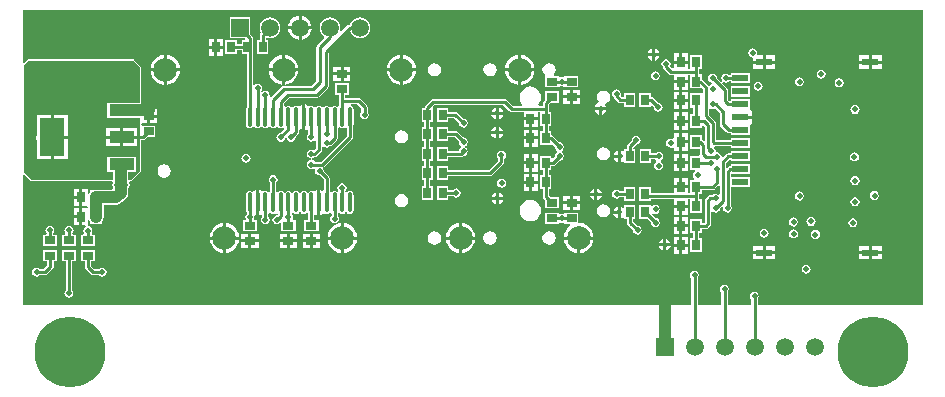
<source format=gbl>
%FSTAX23Y23*%
%MOIN*%
%SFA1B1*%

%IPPOS*%
%ADD10C,0.009843*%
%ADD16R,0.027559X0.037401*%
%ADD21R,0.037401X0.027559*%
%ADD37C,0.039370*%
%ADD39C,0.078740*%
%ADD40R,0.059055X0.059055*%
%ADD41C,0.059055*%
%ADD42C,0.236220*%
%ADD43C,0.019685*%
%ADD44C,0.047244*%
%ADD45C,0.027559*%
%ADD46R,0.084645X0.127952*%
%ADD47R,0.084645X0.039370*%
%ADD48O,0.015748X0.064960*%
%ADD49R,0.055118X0.024409*%
%ADD50R,0.233976X0.283999*%
%ADD51R,0.120000X0.262665*%
%ADD52R,0.042559X0.278976*%
%ADD53R,0.339999X0.134508*%
%LNboard-1*%
%LPD*%
G36*
X02575Y0512D02*
Y05D01*
X02515*
X02512Y05*
X02467*
Y0495*
X02512*
X02515Y0495*
X02575*
Y04772*
X02545Y04742*
X02538*
Y04769*
X02562*
Y04819*
X02517*
X02515Y04819*
X02512Y04819*
X02467*
Y04769*
X02488*
Y04742*
X02217*
X0219Y0477*
Y04857*
X02194Y0486*
X02195Y04859*
X02199Y04858*
Y04881*
Y04905*
X02195Y04904*
X02194Y04903*
X0219Y04905*
Y05015*
X02194Y05017*
X02195Y05016*
X02199Y05016*
Y05039*
Y05062*
X02195Y05061*
X02194Y05061*
X0219Y05063*
Y05125*
X02205Y0514*
X02225*
X02226Y05137*
X02226Y05135*
X02221Y05127*
X0222Y05123*
X02267*
X02266Y05127*
X02261Y05135*
X02261Y05137*
X02262Y0514*
X02304*
X02304Y05137*
X02305Y05135*
X023Y05127*
X02299Y05123*
X02346*
X02345Y05127*
X0234Y05135*
X0234Y05137*
X02341Y0514*
X02382*
X02383Y05137*
X02384Y05135*
X02379Y05127*
X02378Y05123*
X02424*
X02423Y05127*
X02418Y05135*
X02419Y05137*
X0242Y0514*
X02461*
X02462Y05137*
X02463Y05135*
X02457Y05127*
X02457Y05123*
X02503*
X02502Y05127*
X02497Y05135*
X02498Y05137*
X02498Y0514*
X02555*
X02575Y0512*
G37*
G36*
X05185Y04325D02*
X04635D01*
Y04342*
X04635Y04343*
X04638Y04348*
X0464Y04354*
X04638Y04359*
X04635Y04364*
X0463Y04367*
X04625Y04369*
X04619Y04367*
X04614Y04364*
X04611Y04359*
X04609Y04354*
X04611Y04348*
X04614Y04343*
X04614Y04342*
Y04325*
X04535*
Y04367*
X04535Y04368*
X04538Y04373*
X0454Y04379*
X04538Y04384*
X04535Y04389*
X0453Y04392*
X04525Y04394*
X04519Y04392*
X04514Y04389*
X04511Y04384*
X04509Y04379*
X04511Y04373*
X04514Y04368*
X04514Y04367*
Y04325*
X04435*
Y04415*
X04435Y04415*
X04438Y0442*
X0444Y04426*
X04438Y04431*
X04435Y04436*
X0443Y0444*
X04425Y04441*
X04419Y0444*
X04414Y04436*
X04411Y04431*
X04409Y04426*
X04411Y0442*
X04414Y04415*
X04414Y04415*
Y04325*
X02185*
Y0476*
X0219Y04762*
X02213Y04739*
X02217Y04737*
X02482*
X02485Y04733*
X02485Y04732*
X02484Y04725*
X02485Y04717*
X02486Y04715*
X02483Y0471*
X0243*
X02423Y04708*
X02411*
Y04701*
X02408Y04695*
X02403Y04697*
Y04713*
X02384*
Y04685*
Y04656*
X02401*
X02403Y04652*
X02401Y04649*
X02384*
Y0462*
Y04591*
X02394*
X02395Y04586*
X02392Y04584*
X02389Y04579*
X02387Y04573*
X02389Y04568*
X0239Y04565*
X02388Y0456*
X02379*
Y04522*
X02426*
Y0456*
X02417*
X02415Y04565*
X02416Y04568*
X02418Y04573*
X02416Y04579*
X02413Y04584*
X02408Y04587*
X02406Y04588*
X02403Y04591*
Y04593*
Y04608*
X02408Y04609*
X02411Y04604*
Y04596*
X02423*
X0243Y04595*
X02437Y04596*
X02449*
Y04604*
X02453Y0461*
X02455Y0462*
Y04659*
X02498*
X02507Y04661*
X02516Y04667*
X02531Y04682*
X02536Y0469*
X02538Y047*
Y0471*
X02541Y04717*
X02542Y04725*
X02541Y04732*
X0254Y04733*
X02543Y04737*
X02545*
X02548Y04739*
X02578Y04769*
X0258Y04772*
Y04874*
X02585*
X02589Y04875*
X02592Y04877*
X026Y04885*
X02628*
Y04923*
X02583*
X02581Y04928*
X02583Y04931*
X026*
Y04955*
Y04979*
X02576*
Y04956*
X02575Y04955*
X02567*
Y0497*
X02515*
Y0498*
X02567*
Y04995*
X02575*
X02578Y04996*
X0258Y05*
Y0512*
X02578Y05123*
X02558Y05143*
X02555Y05145*
X02215*
X02205*
X02201Y05143*
X0219Y05132*
X02185Y05134*
Y0531*
X05185*
Y04325*
G37*
%LNboard-2*%
%LPC*%
G36*
X02503Y05113D02*
X02485D01*
Y05094*
X02489Y05095*
X02497Y051*
X02502Y05108*
X02503Y05113*
G37*
G36*
X02475D02*
X02457D01*
X02457Y05108*
X02463Y051*
X02471Y05095*
X02475Y05094*
Y05113*
G37*
G36*
X02424D02*
X02406D01*
Y05094*
X0241Y05095*
X02418Y051*
X02423Y05108*
X02424Y05113*
G37*
G36*
X02396D02*
X02378D01*
X02379Y05108*
X02384Y051*
X02392Y05095*
X02396Y05094*
Y05113*
G37*
G36*
X02346D02*
X02327D01*
Y05094*
X02332Y05095*
X02339Y051*
X02345Y05108*
X02346Y05113*
G37*
G36*
X02317D02*
X02299D01*
X023Y05108*
X02305Y051*
X02313Y05095*
X02317Y05094*
Y05113*
G37*
G36*
X02267D02*
X02249D01*
Y05094*
X02253Y05095*
X02261Y051*
X02266Y05108*
X02267Y05113*
G37*
G36*
X02239D02*
X0222D01*
X02221Y05108*
X02226Y051*
X02234Y05095*
X02239Y05094*
Y05113*
G37*
G36*
X02524Y05062D02*
Y05044D01*
X02542*
X02542Y05048*
X02536Y05056*
X02528Y05061*
X02524Y05062*
G37*
G36*
X02514D02*
X0251Y05061D01*
X02502Y05056*
X02497Y05048*
X02496Y05044*
X02514*
Y05062*
G37*
G36*
X02445D02*
Y05044D01*
X02464*
X02463Y05048*
X02458Y05056*
X0245Y05061*
X02445Y05062*
G37*
G36*
X02435D02*
X02431Y05061D01*
X02423Y05056*
X02418Y05048*
X02417Y05044*
X02435*
Y05062*
G37*
G36*
X02367D02*
Y05044D01*
X02385*
X02384Y05048*
X02379Y05056*
X02371Y05061*
X02367Y05062*
G37*
G36*
X02357D02*
X02352Y05061D01*
X02345Y05056*
X02339Y05048*
X02338Y05044*
X02357*
Y05062*
G37*
G36*
X02288D02*
Y05044D01*
X02306*
X02305Y05048*
X023Y05056*
X02292Y05061*
X02288Y05062*
G37*
G36*
X02278D02*
X02274Y05061D01*
X02266Y05056*
X02261Y05048*
X0226Y05044*
X02278*
Y05062*
G37*
G36*
X02209D02*
Y05044D01*
X02227*
X02227Y05048*
X02221Y05056*
X02214Y05061*
X02209Y05062*
G37*
G36*
X02542Y05034D02*
X02524D01*
Y05016*
X02528Y05016*
X02536Y05022*
X02542Y0503*
X02542Y05034*
G37*
G36*
X02514D02*
X02496D01*
X02497Y0503*
X02502Y05022*
X0251Y05016*
X02514Y05016*
Y05034*
G37*
G36*
X02464D02*
X02445D01*
Y05016*
X0245Y05016*
X02458Y05022*
X02463Y0503*
X02464Y05034*
G37*
G36*
X02435D02*
X02417D01*
X02418Y0503*
X02423Y05022*
X02431Y05016*
X02435Y05016*
Y05034*
G37*
G36*
X02385D02*
X02367D01*
Y05016*
X02371Y05016*
X02379Y05022*
X02384Y0503*
X02385Y05034*
G37*
G36*
X02357D02*
X02338D01*
X02339Y0503*
X02345Y05022*
X02352Y05016*
X02357Y05016*
Y05034*
G37*
G36*
X02306D02*
X02288D01*
Y05016*
X02292Y05016*
X023Y05022*
X02305Y0503*
X02306Y05034*
G37*
G36*
X02278D02*
X0226D01*
X02261Y0503*
X02266Y05022*
X02274Y05016*
X02278Y05016*
Y05034*
G37*
G36*
X02227D02*
X02209D01*
Y05016*
X02214Y05016*
X02221Y05022*
X02227Y0503*
X02227Y05034*
G37*
G36*
X02406Y04983D02*
Y04965D01*
X02424*
X02423Y04969*
X02418Y04977*
X0241Y04983*
X02406Y04983*
G37*
G36*
X02396D02*
X02392Y04983D01*
X02384Y04977*
X02379Y04969*
X02378Y04965*
X02396*
Y04983*
G37*
G36*
X02424Y04955D02*
X02406D01*
Y04937*
X0241Y04938*
X02418Y04943*
X02423Y04951*
X02424Y04955*
G37*
G36*
X02396D02*
X02378D01*
X02379Y04951*
X02384Y04943*
X02392Y04938*
X02396Y04937*
Y04955*
G37*
G36*
X02567Y04914D02*
X0252D01*
Y0489*
X02567*
Y04914*
G37*
G36*
X0251D02*
X02462D01*
Y0489*
X0251*
Y04914*
G37*
G36*
X02337Y04958D02*
X02289D01*
Y0489*
X02337*
Y04958*
G37*
G36*
X02279D02*
X02232D01*
Y04889*
X02227Y04888*
X02227Y04891*
X02221Y04899*
X02214Y04904*
X02209Y04905*
Y04881*
Y04858*
X02214Y04859*
X02221Y04864*
X02227Y04872*
X02227Y04874*
X02232Y04874*
Y04811*
X02279*
Y04885*
Y04958*
G37*
G36*
X02567Y0488D02*
X0252D01*
Y04855*
X02567*
Y0488*
G37*
G36*
X0251D02*
X02462D01*
Y04855*
X0251*
Y0488*
G37*
G36*
X02337D02*
X02289D01*
Y04811*
X02337*
Y0488*
G37*
G36*
X02406Y04826D02*
Y04808D01*
X02424*
X02423Y04812*
X02418Y0482*
X0241Y04825*
X02406Y04826*
G37*
G36*
X02396D02*
X02392Y04825D01*
X02384Y0482*
X02379Y04812*
X02378Y04808*
X02396*
Y04826*
G37*
G36*
X02424Y04798D02*
X02406D01*
Y04779*
X0241Y0478*
X02418Y04786*
X02423Y04793*
X02424Y04798*
G37*
G36*
X02396D02*
X02378D01*
X02379Y04793*
X02384Y04786*
X02392Y0478*
X02396Y04779*
Y04798*
G37*
G36*
X03115Y05289D02*
Y05255D01*
X03149*
X03148Y0526*
X03144Y05269*
X03138Y05278*
X03129Y05284*
X0312Y05288*
X03115Y05289*
G37*
G36*
X03105D02*
X03099Y05288D01*
X0309Y05284*
X03081Y05278*
X03075Y05269*
X03071Y0526*
X0307Y05255*
X03105*
Y05289*
G37*
G36*
X0331Y05284D02*
X033Y05283D01*
X03292Y0528*
X03285Y05274*
X03279Y05267*
X03276Y0526*
X03275*
X03271Y05259*
X03267Y05257*
X03247Y05236*
X03242Y05239*
X03243Y0524*
X03244Y0525*
X03243Y05259*
X0324Y05267*
X03234Y05274*
X03227Y0528*
X03219Y05283*
X0321Y05284*
X032Y05283*
X03192Y0528*
X03185Y05274*
X03179Y05267*
X03176Y05259*
X03175Y0525*
X03176Y0524*
X03179Y05232*
X03185Y05225*
X0319Y05221*
X03191Y05215*
X03167Y05192*
X03165Y05188*
X03164Y05185*
Y05071*
X03148Y05055*
X03055*
X03051Y05054*
X03047Y05052*
X03016Y0502*
X03012Y05017*
X03012Y05017*
X03009Y05021*
X03009Y05025*
X03008Y0503*
X03005Y05035*
X03Y05038*
X02994Y0504*
X02989Y05038*
X02984Y05035*
X02981Y0504*
X02983Y05042*
X02984Y05048*
X02983Y05054*
X02979Y05059*
X02975Y05062*
X02969Y05063*
X02963Y05062*
X02958Y05059*
X02957Y05059*
X02953Y05061*
Y05216*
X02953Y0522*
X0295Y05223*
X02944Y05229*
Y05284*
X02875*
Y05215*
X02927*
X02928Y05213*
X02926Y05208*
X02915*
Y05195*
X02899*
Y05208*
X02861*
Y05161*
X02899*
Y05174*
X02915*
Y05161*
X02933*
Y04985*
X02931Y04982*
X0293Y04977*
Y04928*
X02931Y04923*
X02934Y04918*
X02938Y04915*
X02943Y04914*
X02948Y04915*
X02952Y04918*
X02953Y04919*
X02959*
X02959Y04918*
X02964Y04915*
X02969Y04914*
X02974Y04915*
X02978Y04918*
X02979Y04919*
X02985*
X02985Y04918*
X02989Y04915*
X02994Y04914*
X02999Y04915*
X03004Y04918*
X03004Y04919*
X0301*
X03011Y04918*
X03015Y04915*
X0302Y04914*
X03025Y04915*
X03029Y04918*
X0303Y04919*
X03036*
X03036Y04918*
X03041Y04915*
X03046Y04914*
X03051Y04915*
X03055Y04918*
X03058Y04917*
X03058Y04912*
X03046Y04899*
X03046*
X0304Y04898*
X03035Y04895*
X03032Y0489*
X0303Y04884*
X03032Y04879*
X03035Y04874*
X0304Y0487*
X03046Y04869*
X03051Y0487*
X03056Y04874*
X0306Y04879*
X0306Y04881*
X03065*
X03066Y04879*
X03069Y04874*
X03074Y0487*
X0308Y04869*
X03085Y0487*
X0309Y04874*
X03093Y04879*
X03095Y04884*
X03094Y04885*
X03104Y04894*
X03106Y04898*
X03107Y04902*
Y0491*
X03112Y04913*
X03115Y04911*
X03117Y0491*
Y04952*
Y04994*
X03115Y04994*
X03109Y0499*
X03109Y0499*
X03103Y04988*
X03102Y04989*
X03097Y0499*
X03092Y04989*
X03087Y04986*
X03087Y04985*
X03081*
X0308Y04986*
X03076Y04989*
X03071Y0499*
X03066Y04989*
X03062Y04986*
X03057Y04988*
X03056Y04989*
Y04997*
X03073Y05014*
X03165*
X03168Y05015*
X03172Y05017*
X03202Y05047*
X03204Y05051*
X03205Y05055*
Y05165*
X03274Y05235*
X03279Y05234*
X03279Y05232*
X03285Y05225*
X03292Y05219*
X033Y05216*
X0331Y05215*
X03319Y05216*
X03327Y05219*
X03334Y05225*
X0334Y05232*
X03343Y0524*
X03344Y0525*
X03343Y05259*
X0334Y05267*
X03334Y05274*
X03327Y0528*
X03319Y05283*
X0331Y05284*
G37*
G36*
X0301D02*
X03Y05283D01*
X02992Y0528*
X02985Y05274*
X02979Y05267*
X02976Y05259*
X02975Y0525*
X02976Y0524*
X02979Y05233*
X02978Y05232*
X02976Y05229*
X02975Y05225*
Y05208*
X02966*
Y05161*
X03004*
Y05208*
X02995*
Y05214*
X02999Y05216*
X03Y05216*
X0301Y05215*
X03019Y05216*
X03027Y05219*
X03034Y05225*
X0304Y05232*
X03043Y0524*
X03044Y0525*
X03043Y05259*
X0304Y05267*
X03034Y05274*
X03027Y0528*
X03019Y05283*
X0301Y05284*
G37*
G36*
X03149Y05245D02*
X03115D01*
Y0521*
X0312Y05211*
X03129Y05215*
X03138Y05221*
X03144Y0523*
X03148Y05239*
X03149Y05245*
G37*
G36*
X03105D02*
X0307D01*
X03071Y05239*
X03075Y0523*
X03081Y05221*
X0309Y05215*
X03099Y05211*
X03105Y0521*
Y05245*
G37*
G36*
X02853Y05213D02*
X02834D01*
Y0519*
X02853*
Y05213*
G37*
G36*
X02824D02*
X02805D01*
Y0519*
X02824*
Y05213*
G37*
G36*
X04294Y05179D02*
Y05165D01*
X04308*
X04307Y05167*
X04303Y05174*
X04296Y05178*
X04294Y05179*
G37*
G36*
X04284D02*
X04281Y05178D01*
X04274Y05174*
X0427Y05167*
X04269Y05165*
X04284*
Y05179*
G37*
G36*
X02853Y0518D02*
X02834D01*
Y05156*
X02853*
Y0518*
G37*
G36*
X02824D02*
X02805D01*
Y05156*
X02824*
Y0518*
G37*
G36*
X04403Y05164D02*
X04384D01*
Y0514*
X04403*
Y05164*
G37*
G36*
X04374D02*
X04355D01*
Y0514*
X04374*
Y05164*
G37*
G36*
X04694Y05157D02*
X04662D01*
Y0514*
X04694*
Y05157*
G37*
G36*
X04619Y05181D02*
X04613Y05179D01*
X04608Y05176*
X04605Y05171*
X04604Y05166*
X04605Y0516*
X04608Y05155*
X04613Y05152*
X04619Y0515*
X04619Y0515*
Y0514*
X04652*
Y05157*
X04637*
X04633Y05162*
X04634Y05166*
X04633Y05171*
X04629Y05176*
X04624Y05179*
X04619Y05181*
G37*
G36*
X05049Y05157D02*
X05016D01*
Y0514*
X05049*
Y05157*
G37*
G36*
X05006D02*
X04973D01*
Y0514*
X05006*
Y05157*
G37*
G36*
X04308Y05155D02*
X04294D01*
Y0514*
X04296Y05141*
X04303Y05145*
X04307Y05152*
X04308Y05155*
G37*
G36*
X04284D02*
X04269D01*
X0427Y05152*
X04274Y05145*
X04281Y05141*
X04284Y0514*
Y05155*
G37*
G36*
X03847Y05159D02*
Y05115D01*
X03891*
X0389Y05122*
X03885Y05134*
X03877Y05145*
X03867Y05153*
X03855Y05158*
X03847Y05159*
G37*
G36*
X03837D02*
X03829Y05158D01*
X03817Y05153*
X03807Y05145*
X03799Y05134*
X03794Y05122*
X03793Y05115*
X03837*
Y05159*
G37*
G36*
X03453D02*
Y05115D01*
X03497*
X03496Y05122*
X03491Y05134*
X03483Y05145*
X03473Y05153*
X03461Y05158*
X03453Y05159*
G37*
G36*
X03443D02*
X03435Y05158D01*
X03423Y05153*
X03413Y05145*
X03405Y05134*
X034Y05122*
X03399Y05115*
X03443*
Y05159*
G37*
G36*
X0306D02*
Y05115D01*
X03104*
X03103Y05122*
X03098Y05134*
X0309Y05145*
X03079Y05153*
X03067Y05158*
X0306Y05159*
G37*
G36*
X0305D02*
X03042Y05158D01*
X0303Y05153*
X03019Y05145*
X03011Y05134*
X03006Y05122*
X03005Y05115*
X0305*
Y05159*
G37*
G36*
X02666D02*
Y05115D01*
X0271*
X02709Y05122*
X02704Y05134*
X02696Y05145*
X02686Y05153*
X02674Y05158*
X02666Y05159*
G37*
G36*
X02656D02*
X02648Y05158D01*
X02636Y05153*
X02626Y05145*
X02618Y05134*
X02613Y05122*
X02612Y05115*
X02656*
Y05159*
G37*
G36*
X05049Y0513D02*
X05016D01*
Y05113*
X05049*
Y0513*
G37*
G36*
X05006D02*
X04973D01*
Y05113*
X05006*
Y0513*
G37*
G36*
X04694D02*
X04662D01*
Y05113*
X04694*
Y0513*
G37*
G36*
X04652D02*
X04619D01*
Y05113*
X04652*
Y0513*
G37*
G36*
X04449Y05159D02*
X04411D01*
Y05113*
X04403*
Y0513*
X04379*
X04355*
Y05114*
X0435Y05113*
X04342Y05121*
X04343Y05124*
X04345Y0513*
X04343Y05135*
X0434Y0514*
X04335Y05143*
X0433Y05145*
X04324Y05143*
X04319Y0514*
X04316Y05135*
X04314Y0513*
X04316Y05124*
X04319Y05119*
X0432Y05118*
X0432Y05116*
X04322Y05112*
X04339Y05096*
X04342Y05093*
X04346Y05093*
X04355*
Y05075*
X04379*
Y0507*
Y05075*
X04403*
Y05093*
X04411*
Y05047*
X04449*
X04452Y05043*
Y05035*
X04449Y05031*
X04411*
Y04983*
X0442*
Y04962*
X04411*
Y04914*
X04449*
Y04924*
X04454Y04926*
X04459Y0492*
Y04875*
X04455Y04873*
X04452Y04876*
X04449Y04878*
Y04892*
X04411*
Y04845*
X04444*
Y04829*
X04444Y04828*
X0444Y04823*
X04411*
Y04776*
X04425*
X04427Y04771*
X04424Y04769*
X04421Y04764*
X04419Y04758*
X04421Y04752*
X04423Y04748*
X04422Y04745*
X04421Y04743*
X04411*
Y04697*
X04403*
Y04715*
X04379*
X04355*
Y04697*
X04279*
Y04718*
X04241*
Y04671*
X04279*
Y04677*
X04355*
Y0466*
X04379*
X04403*
Y04677*
X04411*
Y04631*
X04449*
Y04678*
X0444*
Y04696*
X04449*
Y04709*
X04485*
X04489Y0471*
X04492Y04712*
X04504Y04725*
X04509Y04723*
Y04695*
X04507Y04694*
X04504Y04693*
X045Y04695*
X04495Y04696*
X04489Y04695*
X04484Y04692*
X04483Y04691*
X04478*
X04474Y04691*
X0447Y04689*
X04462Y0468*
X0446Y04677*
X04459Y04673*
Y04601*
X04458Y046*
X04449*
Y04613*
X04411*
Y04566*
X0442*
Y04548*
X04411*
Y04501*
X04449*
Y04548*
X0444*
Y04566*
X04449*
Y04579*
X04462*
X04466Y0458*
X0447Y04582*
X04477Y04589*
X04479Y04593*
X0448Y04597*
Y04635*
X04482Y04636*
X04485Y04637*
X04489Y04634*
X04495Y04633*
X045Y04634*
X04505Y04637*
X04509Y04642*
X0451Y04648*
X0451Y04649*
X04516Y04655*
X0452Y04652*
X04519Y04648*
X04521Y04642*
X04524Y04637*
X04529Y04634*
X04535Y04633*
X0454Y04634*
X04545Y04637*
X04548Y04642*
X0455Y04648*
X04548Y04654*
X04546Y04657*
Y04717*
X04611*
Y04752*
X04546*
Y04761*
X04611*
Y04795*
X04545*
Y04788*
X04544*
X0454Y04787*
X04537Y04785*
X04534Y04782*
X0453Y04784*
Y04799*
X0454Y0481*
X04545Y04808*
Y04804*
X04611*
Y04838*
X04545*
Y04831*
X04537*
X04534Y0483*
X0453Y04828*
X04519Y04817*
X04516Y04819*
X04515Y0482*
X04513Y04825*
X0451Y0483*
X04505Y04833*
X045Y04834*
X04499Y04834*
X04495Y04838*
X04495Y04839*
X04493Y04845*
X0449Y04849*
X04491Y04851*
X04492Y04854*
X04545*
Y04847*
X04611*
Y04882*
X04545*
Y04875*
X04495*
Y04933*
X04494Y04937*
X04492Y0494*
X04472Y0496*
Y04979*
X04477Y04981*
X04479Y0498*
X04485Y04979*
X0449Y0498*
X04493Y04982*
X04509Y04965*
Y04927*
X0451Y04923*
X04512Y0492*
X04531Y04901*
X04535Y04898*
X04539Y04898*
X04545*
Y04891*
X04611*
Y04924*
Y04925*
X04613Y04929*
X04616*
Y04946*
X04578*
Y04956*
X04616*
Y04973*
X04613*
X04611Y04977*
Y04978*
Y05012*
X04545*
Y05004*
X0454*
X04536Y05009*
Y05042*
X04535Y05046*
X04533Y05049*
X04517Y05065*
X0452Y05069*
X04523Y05067*
X04529Y05066*
X04535Y05067*
X04539Y0507*
X0454Y05071*
X04545*
Y05064*
X04611*
Y05098*
X04545*
Y05091*
X0454*
X04539Y05092*
X04535Y05095*
X04529Y05096*
X04523Y05095*
X04518Y05092*
X04515Y05087*
X04514Y05081*
X04515Y05075*
X04517Y05073*
X04513Y05069*
X045Y05082*
X04499Y05087*
X04496Y05092*
X04491Y05095*
X04485Y05096*
X04479Y05095*
X04474Y05092*
X04471Y05087*
X0447Y05081*
X04471Y05075*
X04474Y0507*
X04479Y05067*
X04483Y05066*
X04484Y05065*
X04481Y0506*
X04481Y0506*
X04479Y0506*
X04476Y05057*
X04474Y05056*
X0447Y05058*
X04469Y05059*
X04451Y05077*
X04449Y05079*
Y05094*
X0444*
Y05112*
X04449*
Y05159*
G37*
G36*
X03278Y0512D02*
X03255D01*
Y05101*
X03278*
Y0512*
G37*
G36*
X03245D02*
X03221D01*
Y05101*
X03245*
Y0512*
G37*
G36*
X03743Y05132D02*
X03735Y0513D01*
X03728Y05125*
X03723Y05118*
X03721Y0511*
X03723Y05101*
X03728Y05094*
X03735Y05089*
X03743Y05087*
X03752Y05089*
X03759Y05094*
X03764Y05101*
X03766Y0511*
X03764Y05118*
X03759Y05125*
X03752Y0513*
X03743Y05132*
G37*
G36*
X03558D02*
X0355Y0513D01*
X03543Y05125*
X03538Y05118*
X03536Y0511*
X03538Y05101*
X03543Y05094*
X0355Y05089*
X03558Y05087*
X03567Y05089*
X03574Y05094*
X03579Y05101*
X03581Y0511*
X03579Y05118*
X03574Y05125*
X03567Y0513*
X03558Y05132*
G37*
G36*
X04847Y0511D02*
X04841Y05109D01*
X04836Y05106*
X04833Y05101*
X04832Y05095*
X04833Y05089*
X04836Y05084*
X04841Y05081*
X04847Y0508*
X04853Y05081*
X04858Y05084*
X04861Y05089*
X04862Y05095*
X04861Y05101*
X04858Y05106*
X04853Y05109*
X04847Y0511*
G37*
G36*
X04295Y05105D02*
X04289Y05103D01*
X04284Y051*
X04281Y05095*
X04279Y0509*
X04281Y05084*
X04284Y05079*
X04289Y05076*
X04295Y05074*
X043Y05076*
X04305Y05079*
X04308Y05084*
X0431Y0509*
X04308Y05095*
X04305Y051*
X043Y05103*
X04295Y05105*
G37*
G36*
X03278Y05091D02*
X03255D01*
Y05073*
X03278*
Y05091*
G37*
G36*
X03245D02*
X03221D01*
Y05073*
X03245*
Y05091*
G37*
G36*
X03891Y05105D02*
X03847D01*
Y0506*
X03855Y05061*
X03867Y05066*
X03877Y05074*
X03885Y05085*
X0389Y05097*
X03891Y05105*
G37*
G36*
X03837D02*
X03793D01*
X03794Y05097*
X03799Y05085*
X03807Y05074*
X03817Y05066*
X03829Y05061*
X03837Y0506*
Y05105*
G37*
G36*
X03497D02*
X03453D01*
Y0506*
X03461Y05061*
X03473Y05066*
X03483Y05074*
X03491Y05085*
X03496Y05097*
X03497Y05105*
G37*
G36*
X03443D02*
X03399D01*
X034Y05097*
X03405Y05085*
X03413Y05074*
X03423Y05066*
X03435Y05061*
X03443Y0506*
Y05105*
G37*
G36*
X03104D02*
X0306D01*
Y0506*
X03067Y05061*
X03079Y05066*
X0309Y05074*
X03098Y05085*
X03103Y05097*
X03104Y05105*
G37*
G36*
X0305D02*
X03005D01*
X03006Y05097*
X03011Y05085*
X03019Y05074*
X0303Y05066*
X03042Y05061*
X0305Y0506*
Y05105*
G37*
G36*
X0271D02*
X02666D01*
Y0506*
X02674Y05061*
X02686Y05066*
X02696Y05074*
X02704Y05085*
X02709Y05097*
X0271Y05105*
G37*
G36*
X02656D02*
X02612D01*
X02613Y05097*
X02618Y05085*
X02626Y05074*
X02636Y05066*
X02648Y05061*
X02656Y0506*
Y05105*
G37*
G36*
X04775Y05085D02*
X04769Y05083D01*
X04764Y0508*
X04761Y05075*
X04759Y0507*
X04761Y05064*
X04764Y05059*
X04769Y05056*
X04775Y05054*
X0478Y05056*
X04785Y05059*
X04788Y05064*
X0479Y0507*
X04788Y05075*
X04785Y0508*
X0478Y05083*
X04775Y05085*
G37*
G36*
X0394Y05132D02*
X03932Y0513D01*
X03925Y05125*
X0392Y05118*
X03918Y0511*
X0392Y05101*
X03925Y05094*
X03925Y05094*
X03926Y05089*
Y05051*
X03973*
Y05053*
X03978Y05056*
X03983Y05055*
X03986Y05056*
X03991Y05052*
Y05051*
X04038*
Y05089*
X03991*
Y05088*
X03986Y05085*
X03983Y05085*
X03978Y05084*
X03973Y05087*
Y05089*
X03958*
X03956Y05094*
X03961Y05101*
X03962Y0511*
X03961Y05118*
X03956Y05125*
X03949Y0513*
X0394Y05132*
G37*
G36*
X04907Y05081D02*
X04901Y0508D01*
X04896Y05077*
X04893Y05072*
X04892Y05066*
X04893Y0506*
X04896Y05055*
X04901Y05052*
X04907Y05051*
X04912Y05052*
X04917Y05055*
X04921Y0506*
X04922Y05066*
X04921Y05072*
X04917Y05077*
X04912Y0508*
X04907Y05081*
G37*
G36*
X04403Y05065D02*
X04384D01*
Y05042*
X04403*
Y05065*
G37*
G36*
X04374D02*
X04355D01*
Y05042*
X04374*
Y05065*
G37*
G36*
X04637Y0507D02*
X04631Y05068D01*
X04626Y05065*
X04623Y0506*
X04622Y05055*
X04623Y05049*
X04626Y05044*
X04631Y05041*
X04637Y05039*
X04643Y05041*
X04648Y05044*
X04651Y05049*
X04652Y05055*
X04651Y0506*
X04648Y05065*
X04643Y05068*
X04637Y0507*
G37*
G36*
X04043Y05043D02*
X0402D01*
Y05024*
X04043*
Y05043*
G37*
G36*
X0401D02*
X03986D01*
Y05024*
X0401*
Y05043*
G37*
G36*
X04611Y05055D02*
X04545D01*
Y0502*
X04611*
Y05055*
G37*
G36*
X04403Y05036D02*
X04384D01*
Y05012*
X04403*
Y05036*
G37*
G36*
X04374D02*
X04355D01*
Y05012*
X04374*
Y05036*
G37*
G36*
X04043Y05014D02*
X0402D01*
Y04995*
X04043*
Y05014*
G37*
G36*
X0401D02*
X03986D01*
Y04995*
X0401*
Y05014*
G37*
G36*
X03877Y05054D02*
X03868Y05053D01*
X03859Y05049*
X03852Y05043*
X03846Y05036*
X03843Y05027*
X03842Y05018*
X03843Y05009*
X03846Y05*
X03851Y04994*
X0385Y04989*
X0382*
X038Y05009*
X03796Y05011*
X03793Y05012*
X03554*
X0355Y05011*
X03546Y05009*
X03527Y04989*
X03525Y04986*
X03524Y04983*
X03515*
Y04936*
X03524*
Y04918*
X03515*
Y04871*
X03524*
Y04853*
X03515*
Y04806*
X03524*
Y04788*
X03515*
Y04741*
X03524*
Y04722*
X03515*
Y04675*
X03553*
Y04722*
X03544*
Y04741*
X03553*
Y04788*
X03544*
Y04806*
X03553*
Y04853*
X03544*
Y04871*
X03553*
Y04918*
X03544*
Y04936*
X03553*
Y04983*
X03554Y04988*
X03558Y04991*
X03788*
X03808Y04971*
X03812Y04969*
X03816Y04968*
X03855*
Y04951*
X03878*
X03902*
Y04968*
X03911*
Y04922*
X03919*
Y04905*
X03911*
Y04858*
X03948*
Y04858*
X03953Y0486*
X0396Y04853*
X03959Y04853*
X03961Y04847*
X03964Y04842*
X03967Y0484*
X03967Y04839*
Y04835*
X03967Y04834*
X03964Y04832*
X03961Y04827*
X03959Y04821*
X0396Y0482*
X03953Y04814*
X03948Y04816*
Y04822*
X03911*
Y04775*
X03919*
Y04758*
X03911*
Y04711*
X03919*
Y04686*
X0392Y04682*
X03922Y04678*
X03926Y04675*
Y04647*
X03973*
Y04684*
X03945*
X0394Y0469*
Y04711*
X03948*
Y04758*
X0394*
Y04775*
X03948*
Y04788*
X03952*
X03956Y04789*
X03959Y04791*
X03974Y04806*
X03975Y04806*
X0398Y04807*
X03985Y0481*
X03988Y04815*
X0399Y04821*
X03988Y04827*
X03985Y04832*
X03982Y04834*
X03982Y04835*
Y04839*
X03982Y0484*
X03985Y04842*
X03988Y04847*
X0399Y04853*
X03988Y04858*
X03985Y04863*
X0398Y04867*
X03975Y04868*
X03974Y04868*
X03953Y04889*
X03949Y04891*
X03948Y04891*
Y04905*
X0394*
Y04922*
X03948*
Y04969*
X0394*
Y04995*
X03945Y05*
X03973*
Y05038*
X03926*
Y0501*
X03922Y05006*
X0392Y05003*
X03919Y04999*
Y04989*
X03905*
X03903Y04994*
X03908Y05*
X03912Y05009*
X03913Y05018*
X03912Y05027*
X03908Y05036*
X03903Y05043*
X03895Y05049*
X03887Y05053*
X03877Y05054*
G37*
G36*
X04165Y05045D02*
X04159Y05043D01*
X04154Y0504*
X04151Y05035*
X04149Y0503*
X04151Y05024*
X04154Y05019*
X04155Y05018*
X04155Y05017*
X04157Y05014*
X04169Y05002*
X04172Y05*
X04176Y04999*
X0419*
Y04986*
X04228*
Y05033*
X0419*
Y0502*
X04182*
X04179Y05023*
X04179Y05024*
X0418Y0503*
X04178Y05035*
X04175Y0504*
X0417Y05043*
X04165Y05045*
G37*
G36*
X04121Y0504D02*
X04113Y05038D01*
X04106Y05034*
X04101Y05026*
X04099Y05018*
X04101Y05009*
X04105Y05004*
X04104Y04999*
X04103Y04998*
X04097Y04994*
X04093Y04987*
X04092Y04985*
X04131*
X0413Y04987*
X04127Y04992*
X04129Y04997*
X0413Y04997*
X04137Y05002*
X04142Y05009*
X04144Y05018*
X04142Y05026*
X04137Y05034*
X0413Y05038*
X04121Y0504*
G37*
G36*
X04403Y05002D02*
X04384D01*
Y04978*
X04403*
Y05002*
G37*
G36*
X04374D02*
X04355D01*
Y04978*
X04374*
Y05002*
G37*
G36*
X04279Y05033D02*
X04241D01*
Y04986*
X04279*
Y04988*
X04283Y0499*
X04289Y04985*
X04289Y04985*
X0429Y04979*
X04293Y04974*
X04298Y04971*
X04304Y04969*
X04309Y04971*
X04314Y04974*
X04318Y04979*
X04319Y04985*
X04318Y0499*
X04314Y04995*
X04309Y04998*
X04304Y05*
X04303Y04999*
X04286Y05017*
X04283Y05019*
X04279Y0502*
Y05033*
G37*
G36*
X03772Y04983D02*
Y04969D01*
X03787*
X03786Y04971*
X03782Y04978*
X03775Y04982*
X03772Y04983*
G37*
G36*
X03762D02*
X0376Y04982D01*
X03753Y04978*
X03749Y04971*
X03748Y04969*
X03762*
Y04983*
G37*
G36*
X0496Y04992D02*
X04954Y04991D01*
X04949Y04987*
X04946Y04982*
X04944Y04977*
X04946Y04971*
X04949Y04966*
X04954Y04963*
X0496Y04961*
X04965Y04963*
X0497Y04966*
X04973Y04971*
X04975Y04977*
X04973Y04982*
X0497Y04987*
X04965Y04991*
X0496Y04992*
G37*
G36*
X04131Y04975D02*
X04117D01*
Y0496*
X04119Y04961*
X04126Y04965*
X0413Y04972*
X04131Y04975*
G37*
G36*
X04107D02*
X04092D01*
X04093Y04972*
X04097Y04965*
X04104Y04961*
X04107Y0496*
Y04975*
G37*
G36*
X02633Y04979D02*
X0261D01*
Y0496*
X02633*
Y04979*
G37*
G36*
X03273Y05064D02*
X03226D01*
Y05026*
X0324*
Y04989*
X03239Y04988*
X03234Y04986*
X0323Y04989*
X03225Y0499*
X0322Y04989*
X03215Y04986*
X03215Y04985*
X03209*
X03208Y04986*
X03204Y04989*
X03199Y0499*
X03194Y04989*
X0319Y04986*
X03189Y04985*
X03183*
X03183Y04986*
X03179Y04989*
X03173Y0499*
X03168Y04989*
X03164Y04986*
X03164Y04985*
X03158*
X03157Y04986*
X03153Y04989*
X03148Y0499*
X03143Y04989*
X03142Y04988*
X03135Y0499*
X03135Y0499*
X03129Y04994*
X03127Y04994*
Y04952*
Y0491*
X03129Y04911*
X03133Y04913*
X03138Y0491*
Y04896*
X03137Y04895*
X03134Y0489*
X03133Y04885*
X03134Y04879*
X03137Y04874*
X03142Y04871*
X03148Y04869*
X03154Y04871*
X03158Y04874*
X0316Y04873*
X03163Y04872*
Y04848*
X03156Y0484*
X03154Y04842*
X03148Y04843*
X03142Y04842*
X03137Y04839*
X03134Y04834*
X03133Y04828*
X03134Y04822*
X03137Y04817*
X03142Y04814*
X03145Y04814*
X03146Y04813*
Y04808*
X03145Y04808*
X03142Y04807*
X03137Y04804*
X03134Y04799*
X03133Y04793*
X03134Y04788*
X03137Y04783*
X03142Y04779*
X03148Y04778*
X03154Y04779*
X03157Y04782*
X03161Y04778*
X03161Y04778*
X03161Y04777*
X03159Y04772*
X03161Y04766*
X03164Y04761*
X03169Y04758*
X03175Y04757*
X03175Y04757*
X03189Y04743*
Y04709*
X03184Y04706*
X0318Y04708*
X03178Y04709*
Y04667*
Y04625*
X0318Y04625*
X03186Y04629*
X03187Y04629*
X03193Y04631*
X03194Y0463*
X03199Y04629*
X03204Y0463*
X03208Y04633*
X03213Y04631*
X03215Y0463*
Y04624*
X03214Y04623*
X03211Y04618*
X0321Y04612*
X03211Y04607*
X03214Y04602*
X03219Y04598*
X03225Y04597*
X0323Y04598*
X03231Y04593*
X03226Y04592*
X03216Y04584*
X03208Y04573*
X03203Y04561*
X03202Y04553*
X03246*
Y04598*
X03238Y04597*
X03234Y04595*
X03231Y04599*
X03235Y04602*
X03239Y04607*
X0324Y04612*
X03239Y04618*
X03235Y04623*
X03235Y04624*
Y0463*
X03236Y04631*
X03241Y04633*
X03245Y0463*
X0325Y04629*
X03255Y0463*
X0326Y04633*
X0326Y04634*
X03266*
X03267Y04633*
X03271Y0463*
X03276Y04629*
X03281Y0463*
X03285Y04633*
X03288Y04637*
X03289Y04642*
Y04691*
X03288Y04696*
X03285Y04701*
X03281Y04704*
X03276Y04705*
X03271Y04704*
X03267Y04701*
X03262Y04702*
X03261Y04703*
X0326Y04705*
X03263Y0471*
X03265Y04716*
X03263Y04721*
X0326Y04726*
X03255Y04729*
X0325Y04731*
X03244Y04729*
X03239Y04726*
X03236Y04721*
X03234Y04716*
X03236Y0471*
X03238Y04706*
X03237Y04704*
X03237Y04704*
X03232Y04702*
X03232Y04702*
X0323Y04704*
X03225Y04705*
X0322Y04704*
X03215Y04701*
X03211Y04703*
X03209Y04704*
Y04747*
X03208Y04751*
X03206Y04754*
X03189Y04771*
X0319Y04772*
X03188Y04777*
X03188Y04779*
X03188Y04784*
X03191Y04786*
X03283Y04878*
X03285Y04881*
X03286Y04885*
Y0492*
X03288Y04923*
X03289Y04928*
Y04977*
X03288Y04982*
X03285Y04986*
X03281Y04989*
X03279Y04989*
X03279Y04994*
X033*
X03314Y0498*
Y04971*
X03314Y0497*
X03311Y04965*
X03309Y0496*
X03311Y04954*
X03314Y04949*
X03319Y04946*
X03325Y04944*
X0333Y04946*
X03335Y04949*
X03338Y04954*
X0334Y0496*
X03338Y04965*
X03335Y0497*
X03335Y04971*
Y04985*
X03334Y04988*
X03332Y04992*
X03312Y05012*
X03308Y05014*
X03305Y05015*
X0326*
Y05026*
X03273*
Y05064*
G37*
G36*
X03787Y04959D02*
X03772D01*
Y04944*
X03775Y04945*
X03782Y04949*
X03786Y04956*
X03787Y04959*
G37*
G36*
X03762D02*
X03748D01*
X03749Y04956*
X03753Y04949*
X0376Y04945*
X03762Y04944*
Y04959*
G37*
G36*
X04403Y04967D02*
X04384D01*
Y04943*
X04403*
Y04967*
G37*
G36*
X04374D02*
X04355D01*
Y04943*
X04374*
Y04967*
G37*
G36*
X02633Y0495D02*
X0261D01*
Y04931*
X02633*
Y0495*
G37*
G36*
X04807Y04935D02*
X04804Y04934D01*
X04798Y0493*
X04794Y04923*
X04793Y04921*
X04788*
X04788Y04923*
X04783Y0493*
X04777Y04934*
X04774Y04935*
Y04916*
X04764*
Y04935*
X04761Y04934*
X04755Y0493*
X0475Y04923*
X0475Y04921*
X04745*
X04744Y04923*
X0474Y0493*
X04733Y04934*
X04731Y04935*
Y04916*
X04721*
Y04935*
X04718Y04934*
X04711Y0493*
X04707Y04923*
X04706Y04921*
X04701*
X04701Y04923*
X04697Y0493*
X0469Y04934*
X04687Y04935*
Y04916*
X04677*
Y04935*
X04675Y04934*
X04668Y0493*
X04664Y04923*
X04663Y04921*
X04658*
X04658Y04923*
X04653Y0493*
X04647Y04934*
X04644Y04935*
Y04916*
X04639*
Y04911*
X0462*
X0462Y04908*
X04625Y04901*
X04631Y04897*
X04633Y04896*
Y04891*
X04631Y04891*
X04625Y04887*
X0462Y0488*
X0462Y04877*
X04639*
Y04867*
X0462*
X0462Y04865*
X04625Y04858*
X04631Y04854*
X04633Y04853*
Y04848*
X04631Y04848*
X04625Y04843*
X0462Y04837*
X0462Y04834*
X04639*
Y04824*
X0462*
X0462Y04821*
X04625Y04815*
X04631Y0481*
X04633Y0481*
Y04805*
X04631Y04804*
X04625Y048*
X0462Y04793*
X0462Y04791*
X04639*
Y04781*
X0462*
X0462Y04778*
X04625Y04771*
X04631Y04767*
X04633Y04767*
Y04761*
X04631Y04761*
X04625Y04757*
X0462Y0475*
X0462Y04747*
X04639*
Y04742*
X04644*
Y04723*
X04647Y04724*
X04653Y04728*
X04658Y04735*
X04658Y04737*
X04663*
X04664Y04735*
X04668Y04728*
X04675Y04724*
X04677Y04723*
Y04742*
X04687*
Y04723*
X0469Y04724*
X04697Y04728*
X04701Y04735*
X04701Y04737*
X04706*
X04707Y04735*
X04711Y04728*
X04718Y04724*
X04721Y04723*
Y04742*
X04731*
Y04723*
X04733Y04724*
X0474Y04728*
X04744Y04735*
X04745Y04737*
X0475*
X0475Y04735*
X04755Y04728*
X04761Y04724*
X04764Y04723*
Y04742*
X04774*
Y04723*
X04777Y04724*
X04783Y04728*
X04788Y04735*
X04788Y04737*
X04793*
X04794Y04735*
X04798Y04728*
X04804Y04724*
X04807Y04723*
Y04742*
X04812*
Y04747*
X04831*
X04831Y0475*
X04827Y04757*
X0482Y04761*
X04818Y04761*
Y04767*
X0482Y04767*
X04827Y04771*
X04831Y04778*
X04831Y04781*
X04812*
Y04791*
X04831*
X04831Y04793*
X04827Y048*
X0482Y04804*
X04818Y04805*
Y0481*
X0482Y0481*
X04827Y04815*
X04831Y04821*
X04831Y04824*
X04812*
Y04834*
X04831*
X04831Y04837*
X04827Y04843*
X0482Y04848*
X04818Y04848*
Y04853*
X0482Y04854*
X04827Y04858*
X04831Y04865*
X04831Y04867*
X04812*
Y04877*
X04831*
X04831Y0488*
X04827Y04887*
X0482Y04891*
X04818Y04891*
Y04896*
X0482Y04897*
X04827Y04901*
X04831Y04908*
X04831Y04911*
X04812*
Y04916*
X04807*
Y04935*
G37*
G36*
X04817D02*
Y04921D01*
X04831*
X04831Y04923*
X04827Y0493*
X0482Y04934*
X04817Y04935*
G37*
G36*
X04634D02*
X04631Y04934D01*
X04625Y0493*
X0462Y04923*
X0462Y04921*
X04634*
Y04935*
G37*
G36*
X03902Y04941D02*
X03883D01*
Y04917*
X03902*
Y04941*
G37*
G36*
X03873D02*
X03855D01*
Y04917*
X03873*
Y04941*
G37*
G36*
X03604Y04983D02*
X03566D01*
Y04936*
X03604*
Y04949*
X03622*
X0364Y04932*
X03639Y04931*
X03641Y04926*
X03644Y04921*
X03649Y04917*
X03655Y04916*
X0366Y04917*
X03665Y04921*
X03668Y04926*
X0367Y04931*
X03668Y04937*
X03665Y04942*
X0366Y04945*
X03655Y04946*
X03654Y04946*
X03634Y04967*
X0363Y04969*
X03626Y0497*
X03604*
Y04983*
G37*
G36*
X04403Y04933D02*
X04384D01*
Y04909*
X04403*
Y04933*
G37*
G36*
X04374D02*
X04355D01*
Y04909*
X04374*
Y04933*
G37*
G36*
X03772Y0492D02*
Y04906D01*
X03786*
X03786Y04908*
X03781Y04915*
X03775Y04919*
X03772Y0492*
G37*
G36*
X03762D02*
X03759Y04919D01*
X03753Y04915*
X03748Y04908*
X03748Y04906*
X03762*
Y0492*
G37*
G36*
X03902Y0491D02*
X03883D01*
Y04887*
X03902*
Y0491*
G37*
G36*
X03873D02*
X03855D01*
Y04887*
X03873*
Y0491*
G37*
G36*
X03786Y04896D02*
X03772D01*
Y04881*
X03775Y04882*
X03781Y04886*
X03786Y04893*
X03786Y04896*
G37*
G36*
X03762D02*
X03748D01*
X03748Y04893*
X03753Y04886*
X03759Y04882*
X03762Y04881*
Y04896*
G37*
G36*
X04374Y04897D02*
X04355D01*
Y04881*
X04351Y04878*
X0435Y04879*
X04345Y0488*
X04339Y04879*
X04334Y04875*
X04331Y0487*
X04329Y04865*
X04331Y04859*
X04334Y04854*
X04339Y04851*
X04345Y04849*
X0435Y04851*
X04351Y04851*
X04355Y04848*
Y0484*
X04374*
Y04869*
Y04897*
G37*
G36*
X04403D02*
X04384D01*
Y04874*
X04403*
Y04897*
G37*
G36*
X03448Y04908D02*
X0344Y04906D01*
X03433Y04902*
X03428Y04894*
X03426Y04886*
X03428Y04877*
X03433Y0487*
X0344Y04865*
X03448Y04864*
X03457Y04865*
X03464Y0487*
X03469Y04877*
X0347Y04886*
X03469Y04894*
X03464Y04902*
X03457Y04906*
X03448Y04908*
G37*
G36*
X0423Y0489D02*
X04224Y04888D01*
X04219Y04885*
X04216Y0488*
X04214Y04875*
X04215Y04874*
X04202Y04862*
X042Y04858*
X04199Y04855*
Y04845*
X04191*
Y0484*
X04186Y04837*
X04182Y0484*
X0418Y0484*
Y04821*
Y04802*
X04182Y04802*
X04186Y04805*
X04191Y04802*
Y04797*
X04228*
Y04845*
X0422*
Y0485*
X04229Y0486*
X0423Y04859*
X04235Y04861*
X0424Y04864*
X04243Y04869*
X04245Y04875*
X04243Y0488*
X0424Y04885*
X04235Y04888*
X0423Y0489*
G37*
G36*
X03902Y04877D02*
X03883D01*
Y04853*
X03902*
Y04877*
G37*
G36*
X03873D02*
X03855D01*
Y04853*
X03873*
Y04877*
G37*
G36*
X04403Y04864D02*
X04384D01*
Y0484*
X04403*
Y04864*
G37*
G36*
X03604Y04918D02*
X03566D01*
Y04871*
X03604*
Y04884*
X03625*
X0364Y04869*
X03639Y04869*
X03641Y04863*
X03644Y04858*
X03647Y04856*
X03648Y04854*
Y04851*
X03647Y0485*
X03644Y04848*
X03641Y04843*
X0364Y0484*
X03604*
Y04853*
X03566*
Y04806*
X03604*
Y04819*
X03647*
X03651Y0482*
X03654Y04822*
X03655Y04822*
X0366Y04823*
X03665Y04826*
X03668Y04831*
X0367Y04837*
X03668Y04843*
X03665Y04848*
X03662Y0485*
X03661Y04851*
Y04854*
X03662Y04856*
X03665Y04858*
X03668Y04863*
X0367Y04869*
X03668Y04875*
X03665Y04879*
X0366Y04883*
X03655Y04884*
X03654Y04884*
X03636Y04902*
X03633Y04904*
X03629Y04905*
X03604*
Y04918*
G37*
G36*
X0417Y0484D02*
X04167Y0484D01*
X0416Y04835*
X04156Y04829*
X04155Y04826*
X0417*
Y0484*
G37*
G36*
X04121Y04851D02*
X04113Y04849D01*
X04106Y04845*
X04101Y04837*
X04099Y04829*
X04101Y04821*
X04106Y04813*
X04113Y04809*
X04121Y04807*
X0413Y04809*
X04137Y04813*
X04142Y04821*
X04144Y04829*
X04142Y04837*
X04137Y04845*
X0413Y04849*
X04121Y04851*
G37*
G36*
X04403Y04828D02*
X04384D01*
Y04805*
X04403*
Y04828*
G37*
G36*
X04374D02*
X04355D01*
Y04805*
X04374*
Y04828*
G37*
G36*
X04958Y04834D02*
X04952Y04833D01*
X04947Y0483*
X04944Y04825*
X04943Y04819*
X04944Y04813*
X04947Y04808*
X04952Y04805*
X04958Y04804*
X04964Y04805*
X04969Y04808*
X04972Y04813*
X04973Y04819*
X04972Y04825*
X04969Y0483*
X04964Y04833*
X04958Y04834*
G37*
G36*
X03902Y04827D02*
X03883D01*
Y04804*
X03902*
Y04827*
G37*
G36*
X03873D02*
X03855D01*
Y04804*
X03873*
Y04827*
G37*
G36*
X0417Y04816D02*
X04155D01*
X04156Y04813*
X0416Y04807*
X04167Y04802*
X0417Y04802*
Y04816*
G37*
G36*
X0293Y0483D02*
X02924Y04828D01*
X02919Y04825*
X02916Y0482*
X02914Y04815*
X02916Y04809*
X02919Y04804*
X02924Y04801*
X0293Y04799*
X02935Y04801*
X0294Y04804*
X02943Y04809*
X02945Y04815*
X02943Y0482*
X0294Y04825*
X02935Y04828*
X0293Y0483*
G37*
G36*
X03781Y04839D02*
X03775Y04838D01*
X0377Y04835*
X03767Y0483*
X03766Y04824*
X03767Y04818*
X0377Y04813*
X03771Y04813*
Y04806*
X03739Y04775*
X03604*
Y04788*
X03566*
Y04741*
X03604*
Y04754*
X03744*
X03747Y04755*
X03751Y04757*
X03788Y04795*
X0379Y04798*
X03791Y04802*
Y04813*
X03792Y04813*
X03795Y04818*
X03796Y04824*
X03795Y0483*
X03792Y04835*
X03787Y04838*
X03781Y04839*
G37*
G36*
X04279Y04845D02*
X04242D01*
Y04797*
X04279*
Y04811*
X04294*
X04295Y0481*
X04298Y04808*
X04298Y04807*
Y04803*
X04298Y04803*
X04295Y048*
X04291Y04795*
X0429Y0479*
X04291Y04784*
X04295Y04779*
X04299Y04776*
X04305Y04774*
X04311Y04776*
X04316Y04779*
X04319Y04784*
X0432Y0479*
X04319Y04795*
X04316Y048*
X04313Y04803*
X04312Y04803*
Y04807*
X04313Y04808*
X04316Y0481*
X04319Y04815*
X0432Y04821*
X04319Y04827*
X04316Y04832*
X04311Y04835*
X04305Y04836*
X04299Y04835*
X04295Y04832*
X04294Y04831*
X04279*
Y04845*
G37*
G36*
X04403Y04795D02*
X04384D01*
Y04771*
X04403*
Y04795*
G37*
G36*
X04374D02*
X04355D01*
Y04771*
X04374*
Y04795*
G37*
G36*
X03902Y04794D02*
X03883D01*
Y0477*
X03902*
Y04794*
G37*
G36*
X03873D02*
X03855D01*
Y0477*
X03873*
Y04794*
G37*
G36*
X02657Y04794D02*
X02648Y04792D01*
X02641Y04787*
X02636Y0478*
X02635Y04772*
X02636Y04763*
X02641Y04756*
X02648Y04751*
X02657Y0475*
X02665Y04751*
X02673Y04756*
X02677Y04763*
X02679Y04772*
X02677Y0478*
X02673Y04787*
X02665Y04792*
X02657Y04794*
G37*
G36*
X03902Y04763D02*
X03883D01*
Y0474*
X03902*
Y04763*
G37*
G36*
X03873D02*
X03855D01*
Y0474*
X03873*
Y04763*
G37*
G36*
X0496Y04756D02*
X04954Y04754D01*
X04949Y04751*
X04946Y04746*
X04944Y0474*
X04946Y04735*
X04949Y0473*
X04954Y04726*
X0496Y04725*
X04965Y04726*
X0497Y0473*
X04973Y04735*
X04975Y0474*
X04973Y04746*
X0497Y04751*
X04965Y04754*
X0496Y04756*
G37*
G36*
X04403Y04748D02*
X04384D01*
Y04725*
X04403*
Y04748*
G37*
G36*
X04374D02*
X04355D01*
Y04725*
X04374*
Y04748*
G37*
G36*
X04831Y04737D02*
X04817D01*
Y04723*
X0482Y04724*
X04827Y04728*
X04831Y04735*
X04831Y04737*
G37*
G36*
X04634D02*
X0462D01*
X0462Y04735*
X04625Y04728*
X04631Y04724*
X04634Y04723*
Y04737*
G37*
G36*
X03782Y04746D02*
X03776Y04744D01*
X03771Y04741*
X03768Y04736*
X03766Y04731*
X03768Y04725*
X03771Y0472*
X03776Y04717*
X03782Y04715*
X03787Y04717*
X03792Y0472*
X03795Y04725*
X03797Y04731*
X03795Y04736*
X03792Y04741*
X03787Y04744*
X03782Y04746*
G37*
G36*
X03902Y0473D02*
X03883D01*
Y04706*
X03902*
Y0473*
G37*
G36*
X03873D02*
X03855D01*
Y04706*
X03873*
Y0473*
G37*
G36*
X04228Y04718D02*
X0419D01*
Y04705*
X04176*
X04175Y04705*
X0417Y04708*
X04165Y0471*
X04159Y04708*
X04154Y04705*
X04151Y047*
X04149Y04695*
X04151Y04689*
X04154Y04684*
X04159Y04681*
X04165Y04679*
X0417Y04681*
X04175Y04684*
X04176Y04684*
X0419*
Y04671*
X04228*
Y04718*
G37*
G36*
X02964Y04709D02*
X02962Y04708D01*
X02956Y04704*
X02956Y04704*
X02949Y04703*
X02948Y04704*
X02943Y04705*
X02938Y04704*
X02934Y04701*
X02931Y04696*
X0293Y04691*
Y04642*
X02931Y04637*
X02932Y04635*
X02932Y0463*
X02929Y04625*
X02928Y0462*
X02929Y04614*
X02929Y04613*
X02927Y04609*
X02919*
Y04571*
X02967*
Y04609*
X0296*
X02957Y04613*
X02957Y04614*
X02958Y0462*
X02958Y04622*
X0296Y04624*
X02962Y04625*
X02964Y04625*
Y04667*
Y04709*
G37*
G36*
X0302Y04758D02*
X03014Y04757D01*
X03009Y04753*
X03006Y04749*
X03005Y04743*
X03006Y04737*
X03009Y04732*
X0301Y04732*
Y04704*
X03008Y04703*
X03004Y04701*
X02999Y04704*
X02994Y04705*
X02989Y04704*
X02989Y04703*
X02982Y04704*
X02982Y04704*
X02976Y04708*
X02974Y04709*
Y04667*
Y04625*
X02976Y04625*
X02979Y04628*
X02984Y04625*
X02984Y0462*
X02984Y0462*
X0298Y04615*
X02979Y0461*
X0298Y04604*
X02984Y04599*
X02989Y04596*
X02994Y04594*
X03Y04596*
X03005Y04599*
X03008Y04604*
X03009Y0461*
X03008Y04615*
X03005Y0462*
X03004Y04621*
Y0463*
X03006Y04631*
X03011Y04633*
X03015Y0463*
X0302Y04629*
X03025Y0463*
X03029Y04633*
X03034Y04631*
X03035Y0463*
X03035Y04629*
X03033Y04625*
X03027Y04623*
X03022Y0462*
X03019Y04615*
X03017Y0461*
X03019Y04604*
X03022Y04599*
X03027Y04596*
X03033Y04594*
X03038Y04596*
X03042Y04598*
X03045Y04597*
X03047Y04596*
Y04571*
X03095*
Y04609*
X03088*
X03085Y04613*
X03085Y04614*
X03086Y0462*
X03085Y04625*
X03083Y04629*
X03083Y04629*
X03083Y0463*
X03084Y04631*
X03088Y04632*
X03092Y0463*
X03097Y04629*
X03102Y0463*
X03106Y04633*
X03106Y04634*
X03113*
X03113Y04633*
X03117Y0463*
X03122Y04629*
X03127Y0463*
X03132Y04633*
X03136Y04631*
X03138Y0463*
Y04609*
X03124*
Y04571*
X03172*
Y04609*
X03158*
Y04625*
X03163Y04628*
X03167Y04625*
X03168Y04625*
Y04667*
Y04709*
X03167Y04708*
X03161Y04704*
X0316Y04704*
X03154Y04703*
X03153Y04704*
X03148Y04705*
X03143Y04704*
X03139Y04701*
X03138Y047*
X03132*
X03132Y04701*
X03127Y04704*
X03122Y04705*
X03117Y04704*
X03113Y04701*
X03113Y047*
X03106*
X03106Y04701*
X03102Y04704*
X03097Y04705*
X03092Y04704*
X03087Y04701*
X03087Y047*
X03081*
X0308Y04701*
X03076Y04704*
X03071Y04705*
X03066Y04704*
X03062Y04701*
X03061Y047*
X03055*
X03055Y04701*
X03051Y04704*
X03046Y04705*
X03041Y04704*
X03036Y04701*
X03032Y04703*
X0303Y04704*
Y04732*
X03031Y04732*
X03034Y04737*
X03035Y04743*
X03034Y04749*
X03031Y04753*
X03026Y04757*
X0302Y04758*
G37*
G36*
X04101Y04714D02*
Y047D01*
X04116*
X04115Y04702*
X04111Y04709*
X04104Y04713*
X04101Y04714*
G37*
G36*
X04091D02*
X04089Y04713D01*
X04082Y04709*
X04078Y04702*
X04077Y047*
X04091*
Y04714*
G37*
G36*
X02374Y04713D02*
X02355D01*
Y0469*
X02374*
Y04713*
G37*
G36*
X03773Y047D02*
Y04686D01*
X03787*
X03787Y04688*
X03783Y04695*
X03776Y04699*
X03773Y047*
G37*
G36*
X03763D02*
X0376Y04699D01*
X03754Y04695*
X0375Y04688*
X03749Y04686*
X03763*
Y047*
G37*
G36*
X03604Y04722D02*
X03566D01*
Y04675*
X03604*
Y04688*
X03619*
X0362Y04688*
X03625Y04685*
X03631Y04683*
X03636Y04685*
X03641Y04688*
X03644Y04693*
X03646Y04699*
X03644Y04704*
X03641Y04709*
X03636Y04712*
X03631Y04714*
X03625Y04712*
X0362Y04709*
X03619Y04709*
X03604*
Y04722*
G37*
G36*
X04116Y0469D02*
X04101D01*
Y04675*
X04104Y04676*
X04111Y0468*
X04115Y04687*
X04116Y0469*
G37*
G36*
X04091D02*
X04077D01*
X04078Y04687*
X04082Y0468*
X04089Y04676*
X04091Y04675*
Y0469*
G37*
G36*
X05025Y04705D02*
X05019Y04704D01*
X05014Y04701*
X05011Y04696*
X05009Y0469*
X05011Y04684*
X05014Y04679*
X05019Y04676*
X05025Y04675*
X0503Y04676*
X05035Y04679*
X05038Y04684*
X0504Y0469*
X05038Y04696*
X05035Y04701*
X0503Y04704*
X05025Y04705*
G37*
G36*
X04775Y04704D02*
X04769Y04702D01*
X04764Y04699*
X04761Y04694*
X04759Y04689*
X04761Y04683*
X04764Y04678*
X04769Y04675*
X04775Y04673*
X0478Y04675*
X04785Y04678*
X04788Y04683*
X0479Y04689*
X04788Y04694*
X04785Y04699*
X0478Y04702*
X04775Y04704*
G37*
G36*
X04043Y04689D02*
X0402D01*
Y04671*
X04043*
Y04689*
G37*
G36*
X0401D02*
X03986D01*
Y04671*
X0401*
Y04689*
G37*
G36*
X03787Y04676D02*
X03773D01*
Y04661*
X03776Y04662*
X03783Y04666*
X03787Y04673*
X03787Y04676*
G37*
G36*
X03763D02*
X03749D01*
X0375Y04673*
X03754Y04666*
X0376Y04662*
X03763Y04661*
Y04676*
G37*
G36*
X02374Y0468D02*
X02355D01*
Y04656*
X02374*
Y0468*
G37*
G36*
X04295Y04659D02*
X04289Y04658D01*
X04284Y04655*
X04279Y04656*
Y04658*
X04241*
Y04611*
X04269*
X0428Y04601*
X04279Y046*
X04281Y04594*
X04284Y04589*
X04289Y04586*
X04295Y04585*
X043Y04586*
X04305Y04589*
X04308Y04594*
X0431Y046*
X04308Y04606*
X04305Y04611*
X043Y04614*
X04295Y04615*
X04294Y04615*
X04282Y04627*
X04282Y04628*
X04288Y04631*
X04289Y0463*
X04295Y04629*
X043Y0463*
X04305Y04633*
X04308Y04638*
X0431Y04644*
X04308Y0465*
X04305Y04655*
X043Y04658*
X04295Y04659*
G37*
G36*
X0496Y04685D02*
X04954Y04683D01*
X04949Y0468*
X04946Y04675*
X04944Y0467*
X04946Y04664*
X04949Y04659*
X04954Y04656*
X0496Y04654*
X04965Y04656*
X0497Y04659*
X04973Y04664*
X04975Y0467*
X04973Y04675*
X0497Y0468*
X04965Y04683*
X0496Y04685*
G37*
G36*
X03448Y04695D02*
X0344Y04694D01*
X03433Y04689*
X03428Y04682*
X03426Y04673*
X03428Y04665*
X03433Y04658*
X0344Y04653*
X03448Y04651*
X03457Y04653*
X03464Y04658*
X03469Y04665*
X0347Y04673*
X03469Y04682*
X03464Y04689*
X03457Y04694*
X03448Y04695*
G37*
G36*
X04228Y04658D02*
X0419D01*
Y04652*
X04185Y0465*
X04181Y04652*
X04179Y04653*
Y04634*
Y04614*
X04181Y04615*
X04185Y04617*
X0419Y04615*
Y04611*
X04199*
Y046*
X042Y04596*
X04202Y04593*
X0422Y04575*
X04219Y04575*
X04221Y04569*
X04224Y04564*
X04229Y04561*
X04235Y04559*
X0424Y04561*
X04245Y04564*
X04248Y04569*
X0425Y04575*
X04248Y0458*
X04245Y04585*
X0424Y04588*
X04235Y0459*
X04234Y04589*
X04219Y04604*
Y04611*
X04228*
Y04658*
G37*
G36*
X04043Y04661D02*
X0402D01*
Y04642*
X04043*
Y04661*
G37*
G36*
X0401D02*
X03986D01*
Y04642*
X0401*
Y04661*
G37*
G36*
X04169Y04653D02*
X04166Y04652D01*
X04159Y04648*
X04155Y04641*
X04154Y04639*
X04169*
Y04653*
G37*
G36*
X04038Y04633D02*
X03991D01*
Y04632*
X03986Y04629*
X03983Y0463*
X03978Y04629*
X03973Y04632*
Y04633*
X03926*
Y04596*
X03973*
Y04597*
X03978Y046*
X03983Y04599*
X03986Y046*
X03991Y04597*
Y04596*
X04011*
X04013Y04591*
X04004Y04584*
X03996Y04573*
X03991Y04561*
X0399Y04553*
X04088*
X04087Y04561*
X04082Y04573*
X04074Y04584*
X04064Y04592*
X04052Y04597*
X04039Y04598*
X04038Y04599*
Y04633*
G37*
G36*
X04403Y0465D02*
X04384D01*
Y04626*
X04403*
Y0465*
G37*
G36*
X04374D02*
X04355D01*
Y04626*
X04374*
Y0465*
G37*
G36*
X02374Y04649D02*
X02355D01*
Y04625*
X02374*
Y04649*
G37*
G36*
X04121Y04662D02*
X04113Y0466D01*
X04106Y04656*
X04101Y04648*
X04099Y0464*
X04101Y04632*
X04106Y04624*
X04113Y0462*
X04121Y04618*
X0413Y0462*
X04137Y04624*
X04142Y04632*
X04144Y0464*
X04142Y04648*
X04137Y04656*
X0413Y0466*
X04121Y04662*
G37*
G36*
X04169Y04629D02*
X04154D01*
X04155Y04626*
X04159Y04619*
X04166Y04615*
X04169Y04614*
Y04629*
G37*
G36*
X03877Y04676D02*
X03868Y04675D01*
X03859Y04671*
X03852Y04665*
X03846Y04658*
X03843Y04649*
X03842Y0464*
X03843Y04631*
X03846Y04622*
X03852Y04615*
X03859Y04609*
X03868Y04605*
X03877Y04604*
X03887Y04605*
X03895Y04609*
X03903Y04615*
X03908Y04622*
X03912Y04631*
X03913Y0464*
X03912Y04649*
X03908Y04658*
X03903Y04665*
X03895Y04671*
X03887Y04675*
X03877Y04676*
G37*
G36*
X04403Y04618D02*
X04384D01*
Y04595*
X04403*
Y04618*
G37*
G36*
X04374D02*
X04355D01*
Y04595*
X04374*
Y04618*
G37*
G36*
X02374Y04615D02*
X02355D01*
Y04591*
X02374*
Y04615*
G37*
G36*
X04814Y04619D02*
X04808Y04617D01*
X04803Y04614*
X048Y04609*
X04798Y04604*
X048Y04598*
X04803Y04593*
X04808Y0459*
X04814Y04588*
X04819Y0459*
X04824Y04593*
X04827Y04598*
X04829Y04604*
X04827Y04609*
X04824Y04614*
X04819Y04617*
X04814Y04619*
G37*
G36*
X04755Y04617D02*
X04749Y04616D01*
X04744Y04612*
X04741Y04607*
X04739Y04602*
X04741Y04596*
X04744Y04591*
X04749Y04588*
X04755Y04586*
X0476Y04588*
X04765Y04591*
X04768Y04596*
X0477Y04602*
X04768Y04607*
X04765Y04612*
X0476Y04616*
X04755Y04617*
G37*
G36*
X04953Y04615D02*
X04947Y04613D01*
X04942Y0461*
X04939Y04605*
X04938Y046*
X04939Y04594*
X04942Y04589*
X04947Y04586*
X04953Y04584*
X04959Y04586*
X04964Y04589*
X04967Y04594*
X04968Y046*
X04967Y04605*
X04964Y0461*
X04959Y04613*
X04953Y04615*
G37*
G36*
X04403Y04585D02*
X04384D01*
Y04561*
X04403*
Y04585*
G37*
G36*
X04374D02*
X04355D01*
Y04561*
X04374*
Y04585*
G37*
G36*
X0365Y04598D02*
Y04553D01*
X03694*
X03693Y04561*
X03688Y04573*
X0368Y04584*
X0367Y04592*
X03658Y04597*
X0365Y04598*
G37*
G36*
X0364D02*
X03632Y04597D01*
X0362Y04592*
X0361Y04584*
X03602Y04573*
X03597Y04561*
X03596Y04553*
X0364*
Y04598*
G37*
G36*
X03256D02*
Y04553D01*
X033*
X03299Y04561*
X03294Y04573*
X03287Y04584*
X03276Y04592*
X03264Y04597*
X03256Y04598*
G37*
G36*
X02863D02*
Y04553D01*
X02907*
X02906Y04561*
X02901Y04573*
X02893Y04584*
X02883Y04592*
X02871Y04597*
X02863Y04598*
G37*
G36*
X02853D02*
X02845Y04597D01*
X02833Y04592*
X02822Y04584*
X02815Y04573*
X0281Y04561*
X02809Y04553*
X02853*
Y04598*
G37*
G36*
X04657Y0458D02*
X04651Y04578D01*
X04646Y04575*
X04643Y0457*
X04642Y04565*
X04643Y04559*
X04646Y04554*
X04651Y04551*
X04657Y04549*
X04662Y04551*
X04667Y04554*
X04671Y04559*
X04672Y04565*
X04671Y0457*
X04667Y04575*
X04662Y04578*
X04657Y0458*
G37*
G36*
X04755Y04577D02*
X04749Y04576D01*
X04744Y04573*
X04741Y04568*
X0474Y04562*
X04741Y04556*
X04744Y04551*
X04749Y04548*
X04755Y04547*
X04761Y04548*
X04766Y04551*
X04769Y04556*
X0477Y04562*
X04769Y04568*
X04766Y04573*
X04761Y04576*
X04755Y04577*
G37*
G36*
X04828Y04575D02*
X04822Y04574D01*
X04818Y04571*
X04814Y04566*
X04813Y0456*
X04814Y04554*
X04818Y04549*
X04822Y04546*
X04828Y04545*
X04834Y04546*
X04839Y04549*
X04842Y04554*
X04843Y0456*
X04842Y04566*
X04839Y04571*
X04834Y04574*
X04828Y04575*
G37*
G36*
X03177Y04563D02*
X03153D01*
Y04544*
X03177*
Y04563*
G37*
G36*
X03143D02*
X03119D01*
Y04544*
X03143*
Y04563*
G37*
G36*
X031D02*
X03076D01*
Y04544*
X031*
Y04563*
G37*
G36*
X03066D02*
X03042D01*
Y04544*
X03066*
Y04563*
G37*
G36*
X02972D02*
X02948D01*
Y04544*
X02972*
Y04563*
G37*
G36*
X02938D02*
X02914D01*
Y04544*
X02938*
Y04563*
G37*
G36*
X04331Y04545D02*
Y04531D01*
X04345*
X04344Y04534*
X0434Y0454*
X04333Y04545*
X04331Y04545*
G37*
G36*
X04321D02*
X04318Y04545D01*
X04311Y0454*
X04307Y04534*
X04306Y04531*
X04321*
Y04545*
G37*
G36*
X04403Y04553D02*
X04384D01*
Y0453*
X04403*
Y04553*
G37*
G36*
X04374D02*
X04355D01*
Y0453*
X04374*
Y04553*
G37*
G36*
X0394Y04571D02*
X03932Y04569D01*
X03925Y04564*
X0392Y04557*
X03918Y04548*
X0392Y0454*
X03925Y04533*
X03932Y04528*
X0394Y04526*
X03949Y04528*
X03956Y04533*
X03961Y0454*
X03962Y04548*
X03961Y04557*
X03956Y04564*
X03949Y04569*
X0394Y04571*
G37*
G36*
X03743D02*
X03735Y04569D01*
X03728Y04564*
X03723Y04557*
X03721Y04548*
X03723Y0454*
X03728Y04533*
X03735Y04528*
X03743Y04526*
X03752Y04528*
X03759Y04533*
X03764Y0454*
X03766Y04548*
X03764Y04557*
X03759Y04564*
X03752Y04569*
X03743Y04571*
G37*
G36*
X03558D02*
X0355Y04569D01*
X03543Y04564*
X03538Y04557*
X03536Y04548*
X03538Y0454*
X03543Y04533*
X0355Y04528*
X03558Y04526*
X03567Y04528*
X03574Y04533*
X03579Y0454*
X03581Y04548*
X03579Y04557*
X03574Y04564*
X03567Y04569*
X03558Y04571*
G37*
G36*
X02339Y04589D02*
X02334Y04587D01*
X02329Y04584*
X02326Y04579*
X02324Y04574*
X02326Y04568*
X02328Y04565*
X02325Y0456*
X02316*
Y04522*
X02363*
Y0456*
X02354*
X02351Y04565*
X02353Y04568*
X02355Y04574*
X02353Y04579*
X0235Y04584*
X02345Y04587*
X02339Y04589*
G37*
G36*
X02276Y0459D02*
X0227Y04588D01*
X02265Y04585*
X02262Y0458*
X02261Y04575*
X02262Y04569*
X02265Y04565*
X02264Y04562*
X02263Y0456*
X02252*
Y04522*
X023*
Y0456*
X0229*
X02288Y04562*
X02287Y04565*
X0229Y04569*
X02291Y04575*
X0229Y0458*
X02287Y04585*
X02282Y04588*
X02276Y0459*
G37*
G36*
X03177Y04534D02*
X03153D01*
Y04515*
X03177*
Y04534*
G37*
G36*
X03143D02*
X03119D01*
Y04515*
X03143*
Y04534*
G37*
G36*
X031D02*
X03076D01*
Y04515*
X031*
Y04534*
G37*
G36*
X03066D02*
X03042D01*
Y04515*
X03066*
Y04534*
G37*
G36*
X02972D02*
X02948D01*
Y04515*
X02972*
Y04534*
G37*
G36*
X02938D02*
X02914D01*
Y04515*
X02938*
Y04534*
G37*
G36*
X04345Y04521D02*
X04331D01*
Y04507*
X04333Y04507*
X0434Y04512*
X04344Y04518*
X04345Y04521*
G37*
G36*
X04321D02*
X04306D01*
X04307Y04518*
X04311Y04512*
X04318Y04507*
X04321Y04507*
Y04521*
G37*
G36*
X04694Y04522D02*
X04662D01*
Y04504*
X04694*
Y04522*
G37*
G36*
X04652D02*
X04619D01*
Y04504*
X04652*
Y04522*
G37*
G36*
X05049D02*
X05016D01*
Y04504*
X05049*
Y04522*
G37*
G36*
X05006D02*
X04973D01*
Y04504*
X05006*
Y04522*
G37*
G36*
X05011Y04499D02*
D01*
G37*
G36*
X033Y04543D02*
X03256D01*
Y04499*
X03264Y045*
X03276Y04505*
X03287Y04513*
X03294Y04524*
X03299Y04536*
X033Y04543*
G37*
G36*
X03246D02*
X03202D01*
X03203Y04536*
X03208Y04524*
X03216Y04513*
X03226Y04505*
X03238Y045*
X03246Y04499*
Y04543*
G37*
G36*
X02907D02*
X02863D01*
Y04499*
X02871Y045*
X02883Y04505*
X02893Y04513*
X02901Y04524*
X02906Y04536*
X02907Y04543*
G37*
G36*
X02853D02*
X02809D01*
X0281Y04536*
X02815Y04524*
X02822Y04513*
X02833Y04505*
X02845Y045*
X02853Y04499*
Y04543*
G37*
G36*
X04088D02*
X04044D01*
Y04499*
X04052Y045*
X04064Y04505*
X04074Y04513*
X04082Y04524*
X04087Y04536*
X04088Y04543*
G37*
G36*
X04034D02*
X0399D01*
X03991Y04536*
X03996Y04524*
X04004Y04513*
X04014Y04505*
X04026Y045*
X04034Y04499*
Y04543*
G37*
G36*
X03694D02*
X0365D01*
Y04499*
X03658Y045*
X0367Y04505*
X0368Y04513*
X03688Y04524*
X03693Y04536*
X03694Y04543*
G37*
G36*
X0364D02*
X03596D01*
X03597Y04536*
X03602Y04524*
X0361Y04513*
X0362Y04505*
X03632Y045*
X0364Y04499*
Y04543*
G37*
G36*
X04403Y0452D02*
X04384D01*
Y04496*
X04403*
Y0452*
G37*
G36*
X04374D02*
X04355D01*
Y04496*
X04374*
Y0452*
G37*
G36*
X05049Y04494D02*
X05016D01*
Y04477*
X05049*
Y04494*
G37*
G36*
X05006D02*
X04973D01*
Y04477*
X05006*
Y04494*
G37*
G36*
X04694D02*
X04662D01*
Y04477*
X04694*
Y04494*
G37*
G36*
X04652D02*
X04619D01*
Y04477*
X04652*
Y04494*
G37*
G36*
X023Y04508D02*
X02252D01*
Y04471*
X02268*
Y04458*
X02255Y04445*
X02243*
X02243Y04445*
X02238Y04448*
X02232Y0445*
X02226Y04448*
X02221Y04445*
X02218Y0444*
X02217Y04435*
X02218Y04429*
X02221Y04424*
X02226Y04421*
X02232Y04419*
X02238Y04421*
X02243Y04424*
X02243Y04424*
X0226*
X02263Y04425*
X02267Y04427*
X02286Y04446*
X02288Y0445*
X02289Y04453*
Y04471*
X023*
Y04508*
G37*
G36*
X04798Y0446D02*
X04792Y04458D01*
X04787Y04455*
X04784Y0445*
X04782Y04445*
X04784Y04439*
X04787Y04434*
X04792Y04431*
X04798Y04429*
X04803Y04431*
X04808Y04434*
X04811Y04439*
X04813Y04445*
X04811Y0445*
X04808Y04455*
X04803Y04458*
X04798Y0446*
G37*
G36*
X02426Y04508D02*
X02379D01*
Y04471*
X02392*
Y04452*
X02393Y04448*
X02395Y04444*
X02412Y04428*
X02415Y04426*
X02419Y04425*
X02438*
X02439Y04424*
X02444Y04421*
X02449Y0442*
X02455Y04421*
X0246Y04424*
X02463Y04429*
X02465Y04435*
X02463Y04441*
X0246Y04446*
X02455Y04449*
X02449Y0445*
X02444Y04449*
X02439Y04446*
X02438Y04445*
X02423*
X02413Y04456*
Y04471*
X02426*
Y04508*
G37*
G36*
X02363D02*
X02316D01*
Y04471*
X02329*
Y04376*
X02329Y04375*
X02325Y0437*
X02324Y04365*
X02325Y04359*
X02329Y04354*
X02334Y04351*
X02339Y04349*
X02345Y04351*
X0235Y04354*
X02353Y04359*
X02354Y04365*
X02353Y0437*
X0235Y04375*
X02349Y04376*
Y04471*
X02363*
Y04508*
G37*
%LNboard-3*%
%LPD*%
G36*
X03245Y04915D02*
X0325Y04914D01*
X03255Y04915*
X0326Y04918*
X03264Y04916*
X03266Y04915*
Y04889*
X0318Y04803*
X03159*
X03159Y04804*
X03154Y04807*
X03151Y04808*
X0315Y04808*
Y04813*
X03151Y04814*
X03154Y04814*
X03159Y04817*
X03159Y04818*
X03162Y04819*
X03165Y04821*
X03181Y04836*
X03183Y0484*
X03184Y04843*
Y04852*
X03186Y04853*
X03189Y04854*
X03193Y04852*
X03199Y0485*
X03204Y04852*
X03209Y04855*
X0321Y04856*
X03212Y04856*
X03216Y04858*
X03232Y04875*
X03234Y04878*
X03235Y04882*
Y04915*
X03236Y04916*
X03241Y04918*
X03245Y04915*
G37*
G54D10*
X02943Y04952D02*
Y05216D01*
X0288Y05185D02*
X02934D01*
X03781Y04802D02*
Y04824D01*
X03744Y04765D02*
X03781Y04802D01*
X03585Y04765D02*
X03744D01*
X0433Y0512D02*
Y0513D01*
Y0512D02*
X04346Y05103D01*
X0443*
X03585Y04699D02*
X03631D01*
X03585D02*
X03587Y04701D01*
X03534Y04699D02*
Y04765D01*
X04165Y05021D02*
Y0503D01*
Y05021D02*
X04176Y0501D01*
X04209*
X0426Y0482D02*
X04262Y04821D01*
X02515Y04885D02*
X02585D01*
X02605Y04904*
X0426Y04635D02*
X04295Y046D01*
X04625Y04185D02*
Y04354D01*
X04525Y04185D02*
Y04379D01*
X04425Y04185D02*
Y04426D01*
X03148Y04828D02*
X03158D01*
X03173Y04843*
X03148Y04793D02*
X03184D01*
X03276Y04885*
Y04952*
X03173Y04843D02*
Y04952D01*
X02402Y04541D02*
D01*
Y04573D01*
X02339D02*
X02339Y04574D01*
X02339Y04541D02*
Y04573D01*
X02276Y04541D02*
Y04575D01*
X02275Y04543D02*
X02276Y04541D01*
X03148Y04885D02*
Y04952D01*
X0308Y04884D02*
X03097Y04902D01*
Y04952*
X03046Y04884D02*
Y04885D01*
X03071Y04911*
Y04952*
X02339Y04367D02*
X02342Y04365D01*
X02339Y04367D02*
Y0449D01*
X02278Y04453D02*
Y04492D01*
X0226Y04435D02*
X02278Y04453D01*
X02402Y04452D02*
Y0449D01*
Y04452D02*
X02419Y04435D01*
X02278Y04492D02*
X0228Y0449D01*
X0393Y04979D02*
Y04999D01*
Y04946D02*
Y04979D01*
X03816D02*
X0393D01*
X03793Y05002D02*
X03816Y04979D01*
X03554Y05002D02*
X03793D01*
X03534Y04982D02*
X03554Y05002D01*
X03534Y0496D02*
Y04982D01*
Y04895D02*
Y0496D01*
Y0483D02*
Y04895D01*
Y04765D02*
Y0483D01*
X03199Y04866D02*
X03209D01*
X03225Y04882*
Y04952*
X03199Y04952D02*
X03199Y04952D01*
X03199Y04894D02*
Y04952D01*
X03199Y04667D02*
Y04747D01*
X03175Y04772D02*
X03199Y04747D01*
X03983Y0507D02*
X04015D01*
X0395D02*
X03983D01*
Y04614D02*
X04015D01*
X0395D02*
X03983D01*
X0443Y04687D02*
Y0472D01*
Y04655D02*
Y04687D01*
X04268D02*
X0443D01*
X0426Y04695D02*
X04268Y04687D01*
X0325Y04668D02*
X0325Y04667D01*
X0325Y04668D02*
Y04716D01*
X03225Y04612D02*
Y04667D01*
X03046Y04623D02*
Y04667D01*
X03033Y0461D02*
X03046Y04623D01*
X02994Y0461D02*
Y04667D01*
X04535Y04648D02*
X04536Y04649D01*
Y0477*
X04544Y04778*
X04578*
X0452Y04803D02*
X04537Y04821D01*
X0452Y04673D02*
Y04803D01*
X04495Y04648D02*
X0452Y04673D01*
X04478Y04681D02*
X04495D01*
X0447Y04673D02*
X04478Y04681D01*
X0447Y04597D02*
Y04673D01*
X04462Y0459D02*
X0447Y04597D01*
X0443Y0459D02*
X04462D01*
X04537Y04821D02*
X04578D01*
X0302Y04667D02*
Y04743D01*
X04485Y04994D02*
X04495D01*
X0452Y0497*
Y04927D02*
Y0497D01*
Y04927D02*
X04539Y04908D01*
X04578*
X04444Y0507D02*
X04462Y05052D01*
Y04956D02*
Y05052D01*
Y04956D02*
X04485Y04933D01*
X04536Y04994D02*
X04578D01*
X04485Y05081D02*
X04487D01*
X04526Y05042*
Y05005D02*
Y05042D01*
Y05005D02*
X04536Y04994D01*
X02994Y04952D02*
Y05025D01*
X04529Y05081D02*
X04578D01*
X02969Y04952D02*
Y05048D01*
X0443Y05103D02*
Y05135D01*
Y0507D02*
Y05103D01*
X04485Y0487D02*
Y04933D01*
Y0487D02*
X0449Y04864D01*
X03071Y0462D02*
Y04667D01*
Y0459D02*
Y0462D01*
X02943D02*
Y04667D01*
Y0459D02*
Y0462D01*
X02342Y04365D02*
D01*
X02232Y04435D02*
X0226D01*
X02419Y04435D02*
X02449D01*
X03148Y0459D02*
Y04667D01*
X0325Y05005D02*
Y05044D01*
Y04952D02*
Y05005D01*
X03325Y0496D02*
Y04985D01*
X03305Y05005D02*
X03325Y04985D01*
X0325Y05005D02*
X03305D01*
X0325Y05045D02*
X0325Y05044D01*
X03275Y0525D02*
X0331D01*
X03195Y0517D02*
X03275Y0525D01*
X03195Y05055D02*
Y0517D01*
X0321Y0522D02*
Y0525D01*
X03175Y05185D02*
X0321Y0522D01*
X03175Y05067D02*
Y05185D01*
X02985Y05225D02*
X0301Y0525D01*
X02985Y05185D02*
Y05225D01*
X0291Y0525D02*
X02943Y05216D01*
X03165Y05025D02*
X03195Y05055D01*
X03069Y05025D02*
X03165D01*
X03046Y05001D02*
X03069Y05025D01*
X03046Y04952D02*
Y05001D01*
X03152Y05045D02*
X03175Y05067D01*
X03055Y05045D02*
X03152D01*
X0302Y0501D02*
X03055Y05045D01*
X0302Y04952D02*
Y0501D01*
X04165Y04695D02*
X04209D01*
Y046D02*
X04235Y04575D01*
X04209Y046D02*
Y04635D01*
X0421Y04855D02*
X0423Y04875D01*
X0421Y04821D02*
Y04855D01*
X03647Y0483D02*
X03655Y04837D01*
X03585Y0483D02*
X03647D01*
X03629Y04895D02*
X03655Y04869D01*
X03585Y04895D02*
X03629D01*
X03626Y0496D02*
X03655Y04931D01*
X03585Y0496D02*
X03626D01*
X0443Y0507D02*
X04444D01*
X0449Y04864D02*
X04578D01*
X04456Y04938D02*
X0447Y04925D01*
Y04849D02*
Y04925D01*
Y04849D02*
X0448Y04839D01*
X0393Y04686D02*
X0395Y04666D01*
X0393Y04686D02*
Y04735D01*
Y04999D02*
X0395Y05019D01*
X0393Y04735D02*
Y04799D01*
Y04882D02*
Y04946D01*
X03952Y04799D02*
X03975Y04821D01*
X0393Y04799D02*
X03952D01*
X03946Y04882D02*
X03975Y04853D01*
X0393Y04882D02*
X03946D01*
X04279Y0501D02*
X04304Y04985D01*
X0426Y0501D02*
X04279D01*
X04262Y04821D02*
X04305D01*
X0443Y04938D02*
X04456D01*
X04454Y04829D02*
Y0486D01*
X04444Y04869D02*
X04454Y0486D01*
X0443Y04869D02*
X04444D01*
X0443Y04938D02*
Y05007D01*
X04454Y04829D02*
X04464Y04819D01*
X045*
X0443Y048D02*
D01*
X0448*
X0443Y0472D02*
X04485D01*
X045Y04734*
Y0478*
X0443Y04525D02*
Y0459D01*
G54D16*
X0243Y04685D03*
X02379D03*
X0243Y0462D03*
X02379D03*
X02934Y05185D03*
X02985D03*
X02829D03*
X0288D03*
X03534Y04699D03*
X03585D03*
X03534Y04765D03*
X03585D03*
X03534Y0483D03*
X03585D03*
X03534Y04895D03*
X03585D03*
X03534Y0496D03*
X03585D03*
X03878Y04735D03*
X0393D03*
X03878Y04799D03*
X0393D03*
X03878Y04882D03*
X0393D03*
X03878Y04946D03*
X0393D03*
X0426Y0501D03*
X04209D03*
X0421Y04821D03*
X04261D03*
X0426Y04695D03*
X04209D03*
X0426Y04635D03*
X04209D03*
X0443Y05135D03*
X04379D03*
Y0507D03*
X0443D03*
X04379Y05007D03*
X0443D03*
X04379Y04938D03*
X0443D03*
Y04869D03*
X04379D03*
Y048D03*
X0443D03*
X04379Y0472D03*
X0443D03*
X04379Y04655D03*
X0443D03*
X04379Y0459D03*
X0443D03*
X04379Y04525D03*
X0443D03*
G54D21*
X03148Y0459D03*
Y04539D03*
X03071Y0459D03*
Y04539D03*
X02943Y0459D03*
Y04539D03*
X02276Y0449D03*
Y04541D03*
X02339Y0449D03*
Y04541D03*
X02402Y0449D03*
Y04541D03*
X02605Y04904D03*
Y04955D03*
X0325Y05045D03*
Y05096D03*
X0395Y04666D03*
Y04614D03*
X04015Y04666D03*
Y04614D03*
X0395Y05019D03*
Y0507D03*
X04015Y05019D03*
Y0507D03*
G54D37*
X04325Y04401D02*
X04335Y04412D01*
X04325Y04185D02*
Y04401D01*
X02513Y04725D02*
Y04792D01*
Y047D02*
Y04725D01*
Y04792D02*
X02515Y04794D01*
X02498Y04685D02*
X02513Y047D01*
X0243Y04685D02*
X02498D01*
X0243Y0462D02*
Y04685D01*
X02604Y04975D02*
X02605Y04975D01*
X02515Y04975D02*
X02604D01*
G54D39*
X02661Y0511D03*
X03055D03*
X03448D03*
X03842D03*
X03645Y04548D03*
X04039D03*
X03251D03*
X02858D03*
G54D40*
X0291Y0525D03*
X04325Y04185D03*
G54D41*
X0301Y0525D03*
X0311D03*
X0321D03*
X0331D03*
X04825Y04185D03*
X04725D03*
X04625D03*
X04525D03*
X04425D03*
G54D42*
X02342Y04168D03*
X05019D03*
G54D43*
X04639Y04742D03*
Y04786D03*
Y04829D03*
Y04872D03*
Y04916D03*
X04682Y04742D03*
Y04786D03*
Y04829D03*
Y04872D03*
Y04916D03*
X04726Y04742D03*
Y04786D03*
Y04829D03*
Y04872D03*
Y04916D03*
X04769Y04742D03*
Y04786D03*
Y04829D03*
Y04872D03*
Y04916D03*
X04812Y04742D03*
Y04786D03*
Y04829D03*
Y04872D03*
Y04916D03*
X03781Y04824D03*
X04619Y05166D03*
X04847Y05095D03*
X0433Y0513D03*
X03631Y04699D03*
X04326Y04526D03*
X04295Y046D03*
X04112Y0498D03*
X04289Y0516D03*
X04174Y04634D03*
X04175Y04821D03*
X04096Y04695D03*
X03768Y04681D03*
X03767Y04901D03*
X03767Y04964D03*
X0293Y04815D03*
X04625Y04354D03*
X04525Y04379D03*
X04425Y04426D03*
X03148Y04828D03*
Y04793D03*
X02402Y04573D03*
X02339Y04574D03*
X02276Y04575D03*
X03148Y04885D03*
X0308Y04884D03*
X03046D03*
X03199Y04866D03*
Y04894D03*
X03175Y04772D03*
X03983Y0507D03*
Y04614D03*
X0325Y04716D03*
X03782Y04731D03*
X04775Y04689D03*
X04295Y04644D03*
X04305Y0479D03*
X03225Y04612D03*
X0496Y0467D03*
X04798Y04445D03*
X03033Y0461D03*
X04814Y04604D03*
X02994Y0461D03*
X05025Y0469D03*
X04535Y04648D03*
X04495D03*
X0302Y04743D03*
X04485Y04994D03*
X04485Y05081D03*
X02994Y05025D03*
X04529Y05081D03*
X02969Y05048D03*
X04295Y0509D03*
X04637Y05055D03*
X04485Y05046D03*
X03071Y0462D03*
X02943D03*
X02339Y04365D03*
X02232Y04435D03*
X02449Y04435D03*
X03325Y0496D03*
X04657Y04565D03*
X04958Y04819D03*
X04775Y0507D03*
X04755Y04562D03*
X04165Y0503D03*
Y04695D03*
X04235Y04575D03*
X0423Y04875D03*
X04755Y04602D03*
X03655Y04837D03*
Y04869D03*
Y04931D03*
X04828Y0456D03*
X04953Y046D03*
X0496Y0474D03*
Y04977D03*
X04907Y05066D03*
X04345Y04865D03*
X03975Y04821D03*
Y04853D03*
X04304Y04985D03*
X04305Y04821D03*
X04495Y04681D03*
X045Y0478D03*
X0448Y048D03*
X045Y04819D03*
X0448Y04839D03*
X04435Y04758D03*
G54D44*
X02513Y04725D03*
G54D45*
X02519Y05039D03*
X0248Y05118D03*
X0244Y05039D03*
X02401Y05118D03*
X02362Y05039D03*
X02401Y0496D03*
Y04803D03*
X02322Y05118D03*
X02283Y05039D03*
X02244Y05118D03*
X02204Y05039D03*
Y04881D03*
G54D46*
X02284Y04885D03*
G54D47*
X02515Y04794D03*
Y04885D03*
Y04975D03*
G54D48*
X03276Y04667D03*
X0325D03*
X03225D03*
X03199D03*
X03173D03*
X03148D03*
X03122D03*
X03097D03*
X03071D03*
X03046D03*
X0302D03*
X02994D03*
X02969D03*
X02943D03*
X03276Y04952D03*
X0325D03*
X03225D03*
X03199D03*
X03173D03*
X03148D03*
X03122D03*
X03097D03*
X03071D03*
X03046D03*
X0302D03*
X02994D03*
X02969D03*
X02943D03*
G54D49*
X05011Y04499D03*
X04657D03*
X05011Y05135D03*
X04657D03*
X04578Y04864D03*
Y05081D03*
Y04994D03*
Y04951D03*
Y04908D03*
Y04821D03*
Y04778D03*
Y05038D03*
Y04735D03*
G54D50*
X04733Y04855D03*
G54D51*
X024Y04886D03*
G54D52*
X02211Y0495D03*
G54D53*
X02385Y05072D03*
M02*
</source>
